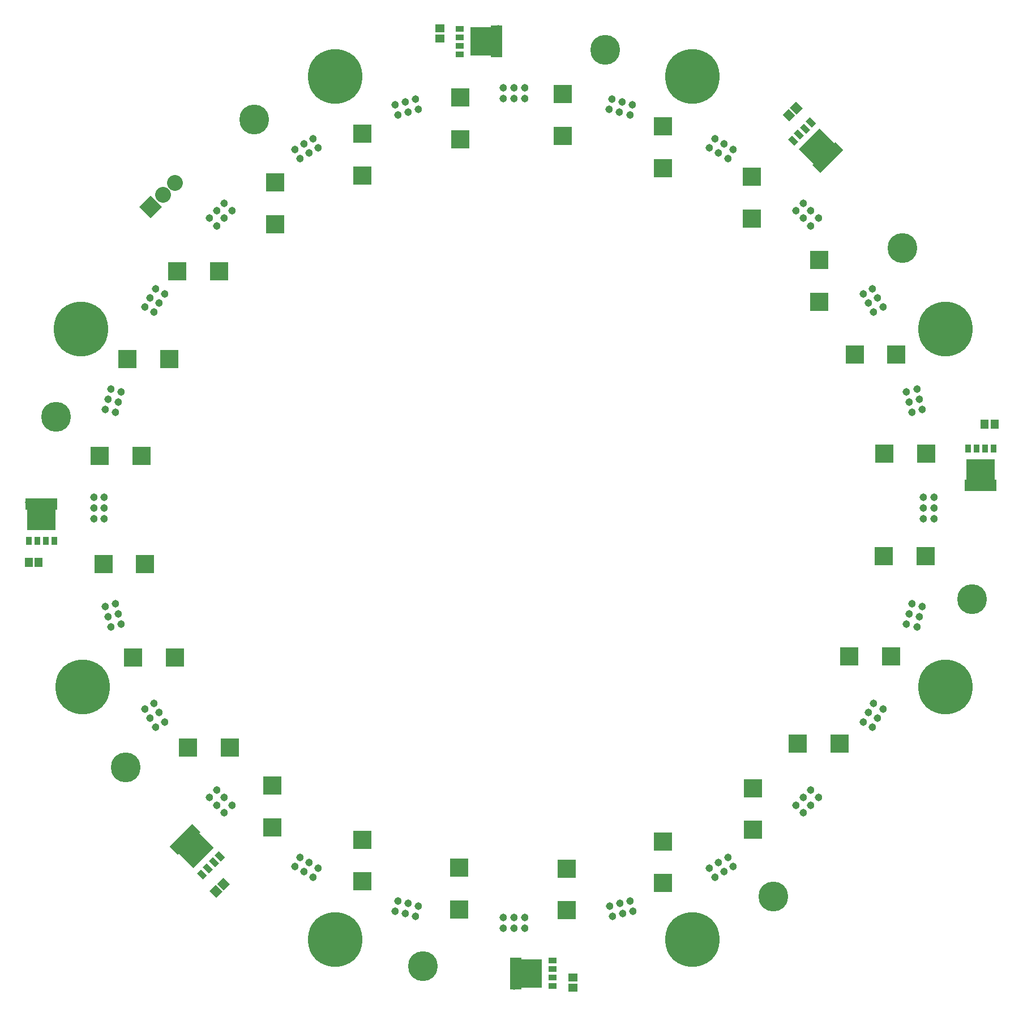
<source format=gbr>
G04 #@! TF.FileFunction,Soldermask,Bot*
%FSLAX46Y46*%
G04 Gerber Fmt 4.6, Leading zero omitted, Abs format (unit mm)*
G04 Created by KiCad (PCBNEW 4.0.1-stable) date 2/3/2016 8:32:50 AM*
%MOMM*%
G01*
G04 APERTURE LIST*
%ADD10C,0.100000*%
%ADD11C,4.464000*%
%ADD12C,8.160000*%
%ADD13R,2.830000X2.770000*%
%ADD14R,2.770000X2.830000*%
%ADD15C,1.136600*%
%ADD16R,1.400760X1.299160*%
%ADD17R,1.299160X1.400760*%
%ADD18R,1.300000X0.850000*%
%ADD19R,1.700000X4.850000*%
%ADD20R,3.450000X4.350000*%
%ADD21R,0.850000X1.300000*%
%ADD22R,4.850000X1.700000*%
%ADD23R,4.350000X3.450000*%
%ADD24C,2.398980*%
G04 APERTURE END LIST*
D10*
D11*
X160510000Y-101930000D03*
X78370000Y-156810000D03*
X23490000Y-74670000D03*
X53190000Y-30220000D03*
X130810000Y-146380000D03*
X33920000Y-127110000D03*
D12*
X156530000Y-61570000D03*
X65270000Y-152830000D03*
X118730000Y-152830000D03*
X118730000Y-23770000D03*
X156530000Y-115030000D03*
X65270000Y-23770000D03*
X27270000Y-61570000D03*
D11*
X105630000Y-19790000D03*
X150080000Y-49490000D03*
D13*
X99305040Y-32674880D03*
X99305040Y-26434880D03*
D14*
X134433242Y-123529800D03*
X140673242Y-123529800D03*
X41312640Y-110697720D03*
X35072640Y-110697720D03*
D13*
X114321520Y-37485640D03*
X114321520Y-31245640D03*
X127727640Y-130188800D03*
X127727640Y-136428800D03*
D14*
X36842240Y-96727720D03*
X30602240Y-96727720D03*
D13*
X127595560Y-45049760D03*
X127595560Y-38809760D03*
X114280880Y-138154240D03*
X114280880Y-144394240D03*
D14*
X36283440Y-80517440D03*
X30043440Y-80517440D03*
D13*
X137659040Y-57505920D03*
X137659040Y-51265920D03*
X99929880Y-142218240D03*
X99929880Y-148458240D03*
D14*
X40423640Y-66049600D03*
X34183640Y-66049600D03*
X142961680Y-65328240D03*
X149201680Y-65328240D03*
D13*
X83821200Y-142096320D03*
X83821200Y-148336320D03*
D14*
X47896320Y-52912720D03*
X41656320Y-52912720D03*
X147386360Y-80156760D03*
X153626360Y-80156760D03*
D13*
X69292400Y-137905320D03*
X69292400Y-144145320D03*
X56267280Y-45883762D03*
X56267280Y-39643762D03*
D14*
X147331362Y-95498360D03*
X153571362Y-95498360D03*
D13*
X55881200Y-129802720D03*
X55881200Y-136042720D03*
X69343200Y-38599042D03*
X69343200Y-32359042D03*
D14*
X142129442Y-110489440D03*
X148369442Y-110489440D03*
X49506680Y-124129240D03*
X43266680Y-124129240D03*
D13*
X83999000Y-33167640D03*
X83999000Y-26927640D03*
D15*
X93587500Y-25474500D03*
X93587500Y-27062000D03*
X92000000Y-25474500D03*
X92000000Y-27062000D03*
X90412500Y-25474500D03*
X90412500Y-27062000D03*
X36801346Y-118337935D03*
X38176161Y-117544185D03*
X37595096Y-119712750D03*
X38969911Y-118919000D03*
X38388846Y-121087565D03*
X39763661Y-120293815D03*
X145611154Y-121087565D03*
X144236339Y-120293815D03*
X146404904Y-119712750D03*
X145030089Y-118919000D03*
X147198654Y-118337935D03*
X145823839Y-117544185D03*
X77279752Y-27211753D03*
X77690627Y-28745160D03*
X75746345Y-27622628D03*
X76157220Y-29156035D03*
X74212938Y-28033503D03*
X74623813Y-29566911D03*
X46453751Y-131601185D03*
X47576283Y-130478653D03*
X47576283Y-132723717D03*
X48698815Y-131601185D03*
X48698815Y-133846249D03*
X49821347Y-132723717D03*
X152266497Y-106087062D03*
X150733089Y-105676187D03*
X152677372Y-104553655D03*
X151143965Y-104142780D03*
X153088247Y-103020248D03*
X151554840Y-102609373D03*
X61962065Y-33101346D03*
X62755815Y-34476161D03*
X60587250Y-33895096D03*
X61381000Y-35269911D03*
X59212435Y-34688846D03*
X60006185Y-36063661D03*
X59212435Y-141911154D03*
X60006185Y-140536339D03*
X60587250Y-142704904D03*
X61381000Y-141330089D03*
X61962065Y-143498654D03*
X62755815Y-142123839D03*
X154825500Y-89887500D03*
X153238000Y-89887500D03*
X154825500Y-88300000D03*
X153238000Y-88300000D03*
X154825500Y-86712500D03*
X153238000Y-86712500D03*
X48698815Y-42753751D03*
X49821347Y-43876283D03*
X47576283Y-43876283D03*
X48698815Y-44998815D03*
X46453751Y-44998815D03*
X47576283Y-46121347D03*
X74212938Y-148566497D03*
X74623813Y-147033089D03*
X75746345Y-148977372D03*
X76157220Y-147443965D03*
X77279752Y-149388247D03*
X77690627Y-147854840D03*
X153088247Y-73579752D03*
X151554840Y-73990627D03*
X152677372Y-72046345D03*
X151143965Y-72457220D03*
X152266497Y-70512938D03*
X150733089Y-70923813D03*
X38388846Y-55512435D03*
X39763661Y-56306185D03*
X37595096Y-56887250D03*
X38969911Y-57681000D03*
X36801346Y-58262065D03*
X38176161Y-59055815D03*
X90412500Y-151125500D03*
X90412500Y-149538000D03*
X92000000Y-151125500D03*
X92000000Y-149538000D03*
X93587500Y-151125500D03*
X93587500Y-149538000D03*
X147198654Y-58262065D03*
X145823839Y-59055815D03*
X146404904Y-56887250D03*
X145030089Y-57681000D03*
X145611154Y-55512435D03*
X144236339Y-56306185D03*
X31733503Y-70512938D03*
X33266911Y-70923813D03*
X31322628Y-72046345D03*
X32856035Y-72457220D03*
X30911753Y-73579752D03*
X32445160Y-73990627D03*
X106720248Y-149388247D03*
X106309373Y-147854840D03*
X108253655Y-148977372D03*
X107842780Y-147443965D03*
X109787062Y-148566497D03*
X109376187Y-147033089D03*
X137546249Y-44998815D03*
X136423717Y-46121347D03*
X136423717Y-43876283D03*
X135301185Y-44998815D03*
X135301185Y-42753751D03*
X134178653Y-43876283D03*
X29174500Y-86712500D03*
X30762000Y-86712500D03*
X29174500Y-88300000D03*
X30762000Y-88300000D03*
X29174500Y-89887500D03*
X30762000Y-89887500D03*
X122037935Y-143498654D03*
X121244185Y-142123839D03*
X123412750Y-142704904D03*
X122619000Y-141330089D03*
X124787565Y-141911154D03*
X123993815Y-140536339D03*
X124787565Y-34688846D03*
X123993815Y-36063661D03*
X123412750Y-33895096D03*
X122619000Y-35269911D03*
X122037935Y-33101346D03*
X121244185Y-34476161D03*
X30911753Y-103020248D03*
X32445160Y-102609373D03*
X31322628Y-104553655D03*
X32856035Y-104142780D03*
X31733503Y-106087062D03*
X33266911Y-105676187D03*
X135301185Y-133846249D03*
X134178653Y-132723717D03*
X136423717Y-132723717D03*
X135301185Y-131601185D03*
X137546249Y-131601185D03*
X136423717Y-130478653D03*
X109747062Y-28033503D03*
X109336187Y-29566911D03*
X108213655Y-27622628D03*
X107802780Y-29156035D03*
X106680248Y-27211753D03*
X106269373Y-28745160D03*
D16*
X80915440Y-16631360D03*
X80915440Y-18135040D03*
D17*
X163887080Y-75813360D03*
X162383400Y-75813360D03*
X19437280Y-96417840D03*
X20940960Y-96417840D03*
D10*
G36*
X134254032Y-29464735D02*
X133263545Y-28474248D01*
X134182190Y-27555603D01*
X135172677Y-28546090D01*
X134254032Y-29464735D01*
X134254032Y-29464735D01*
G37*
G36*
X133190770Y-30527997D02*
X132200283Y-29537510D01*
X133118928Y-28618865D01*
X134109415Y-29609352D01*
X133190770Y-30527997D01*
X133190770Y-30527997D01*
G37*
D16*
X100839200Y-159994040D03*
X100839200Y-158490360D03*
D10*
G36*
X47429488Y-144646065D02*
X48419975Y-145636552D01*
X47501330Y-146555197D01*
X46510843Y-145564710D01*
X47429488Y-144646065D01*
X47429488Y-144646065D01*
G37*
G36*
X48492750Y-143582803D02*
X49483237Y-144573290D01*
X48564592Y-145491935D01*
X47574105Y-144501448D01*
X48492750Y-143582803D01*
X48492750Y-143582803D01*
G37*
D15*
X87709940Y-20075600D03*
X88535440Y-19288200D03*
X88535440Y-17091100D03*
X87709940Y-18107100D03*
X89678440Y-17853100D03*
X89678440Y-16710100D03*
X89678440Y-19186600D03*
D18*
X83932440Y-19186600D03*
X83932440Y-20456600D03*
X83932440Y-17916600D03*
D19*
X89407440Y-18551600D03*
D20*
X87207440Y-18551600D03*
D18*
X83932440Y-16646600D03*
D15*
X89678440Y-20329600D03*
X160280280Y-83227620D03*
X161067680Y-84053120D03*
X163264780Y-84053120D03*
X162248780Y-83227620D03*
X162502780Y-85196120D03*
X163645780Y-85196120D03*
X161169280Y-85196120D03*
D21*
X161169280Y-79450120D03*
X159899280Y-79450120D03*
X162439280Y-79450120D03*
D22*
X161804280Y-84925120D03*
D23*
X161804280Y-82725120D03*
D21*
X163709280Y-79450120D03*
D15*
X160026280Y-85196120D03*
X22866280Y-89420140D03*
X22078880Y-88594640D03*
X19881780Y-88594640D03*
X20897780Y-89420140D03*
X20643780Y-87451640D03*
X19500780Y-87451640D03*
X21977280Y-87451640D03*
D21*
X21977280Y-93197640D03*
X23247280Y-93197640D03*
X20707280Y-93197640D03*
D22*
X21342280Y-87722640D03*
D23*
X21342280Y-89922640D03*
D21*
X19437280Y-93197640D03*
D15*
X23120280Y-87451640D03*
X136670728Y-35771350D03*
X137811221Y-35798291D03*
X139364805Y-34244706D03*
X138062668Y-34379410D03*
X139634213Y-35591745D03*
X140442436Y-34783522D03*
X138691286Y-36534672D03*
D10*
G36*
X134787350Y-33231776D02*
X133868111Y-32312537D01*
X134469152Y-31711496D01*
X135388391Y-32630735D01*
X134787350Y-33231776D01*
X134787350Y-33231776D01*
G37*
G36*
X133889324Y-34129802D02*
X132970085Y-33210563D01*
X133571126Y-32609522D01*
X134490365Y-33528761D01*
X133889324Y-34129802D01*
X133889324Y-34129802D01*
G37*
G36*
X135685375Y-32333751D02*
X134766136Y-31414512D01*
X135367177Y-30813471D01*
X136286416Y-31732710D01*
X135685375Y-32333751D01*
X135685375Y-32333751D01*
G37*
G36*
X137834980Y-38209808D02*
X136632898Y-37007726D01*
X140062366Y-33578258D01*
X141264448Y-34780340D01*
X137834980Y-38209808D01*
X137834980Y-38209808D01*
G37*
G36*
X137074840Y-37096114D02*
X134635322Y-34656596D01*
X137711236Y-31580682D01*
X140150754Y-34020200D01*
X137074840Y-37096114D01*
X137074840Y-37096114D01*
G37*
G36*
X136583401Y-31435725D02*
X135664162Y-30516486D01*
X136265203Y-29915445D01*
X137184442Y-30834684D01*
X136583401Y-31435725D01*
X136583401Y-31435725D01*
G37*
D15*
X137883063Y-37342895D03*
X93993900Y-156372000D03*
X93168400Y-157159400D03*
X93168400Y-159356500D03*
X93993900Y-158340500D03*
X92025400Y-158594500D03*
X92025400Y-159737500D03*
X92025400Y-157261000D03*
D18*
X97771400Y-157261000D03*
X97771400Y-155991000D03*
X97771400Y-158531000D03*
D19*
X92296400Y-157896000D03*
D20*
X94496400Y-157896000D03*
D18*
X97771400Y-159801000D03*
D15*
X92025400Y-156118000D03*
X45088992Y-137968610D03*
X43948499Y-137941669D03*
X42394915Y-139495254D03*
X43697052Y-139360550D03*
X42125507Y-138148215D03*
X41317284Y-138956438D03*
X43068434Y-137205288D03*
D10*
G36*
X46972370Y-140508184D02*
X47891609Y-141427423D01*
X47290568Y-142028464D01*
X46371329Y-141109225D01*
X46972370Y-140508184D01*
X46972370Y-140508184D01*
G37*
G36*
X47870396Y-139610158D02*
X48789635Y-140529397D01*
X48188594Y-141130438D01*
X47269355Y-140211199D01*
X47870396Y-139610158D01*
X47870396Y-139610158D01*
G37*
G36*
X46074345Y-141406209D02*
X46993584Y-142325448D01*
X46392543Y-142926489D01*
X45473304Y-142007250D01*
X46074345Y-141406209D01*
X46074345Y-141406209D01*
G37*
G36*
X43924740Y-135530152D02*
X45126822Y-136732234D01*
X41697354Y-140161702D01*
X40495272Y-138959620D01*
X43924740Y-135530152D01*
X43924740Y-135530152D01*
G37*
G36*
X44684880Y-136643846D02*
X47124398Y-139083364D01*
X44048484Y-142159278D01*
X41608966Y-139719760D01*
X44684880Y-136643846D01*
X44684880Y-136643846D01*
G37*
G36*
X45176319Y-142304235D02*
X46095558Y-143223474D01*
X45494517Y-143824515D01*
X44575278Y-142905276D01*
X45176319Y-142304235D01*
X45176319Y-142304235D01*
G37*
D15*
X43876657Y-136397065D03*
D12*
X27470000Y-115030000D03*
D24*
X41284091Y-39696829D02*
X41284091Y-39696829D01*
D10*
G36*
X37691989Y-41592596D02*
X39388324Y-43288931D01*
X37691989Y-44985266D01*
X35995654Y-43288931D01*
X37691989Y-41592596D01*
X37691989Y-41592596D01*
G37*
D24*
X39488040Y-41492880D02*
X39488040Y-41492880D01*
M02*

</source>
